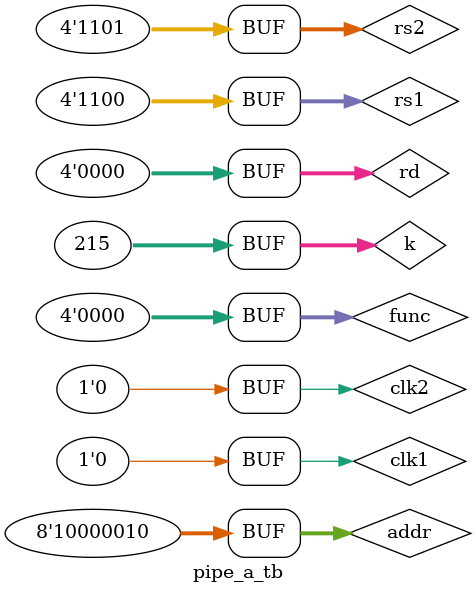
<source format=v>
`timescale 1ns / 1ps

module pipe_a_tb;

// Inputs
reg [3:0] rs1;
reg [3:0] rs2;
reg [3:0] rd;
reg [3:0] func;
reg [7:0] addr;
reg clk1;
reg clk2;
integer k;

// Outputs
wire [15:0] Z;

pipe_a PIPE(Z ,rs1,rs2,rd,func,addr,clk1,clk2);

initial begin

clk1 = 0;
clk2 = 0;
repeat(20)
begin
#5 clk1 = 1; #5 clk1 =0;
#5 clk2 = 1; #5 clk2 =0;
      end

end

initial
for(k=0;k<16;k=k+1)
PIPE.regbank[k]= k;
     
initial
 begin
 #5 rs1 =3; rs2 =5; rd =10 ; func =0; addr =125;
 #20 rs1 =3; rs2 =8; rd =12 ; func =2; addr =126;
 #20 rs1 =10; rs2 =5; rd =14 ; func =1; addr =128;
 #20 rs1 =7; rs2 =3; rd =13 ; func =11; addr =127;
 #20 rs1 =10; rs2 =5; rd =15 ; func =1; addr =129;
 #20 rs1 =12; rs2 =13; rd =16 ; func =0; addr =130;
 #60 for(k= 215; k<131; k =k+1)
   $display("Mem[%3d] = %3d", k, PIPE.mem[k]);
 end
 
 
 initial
 begin
   $dumpfile ("pipe_a.vcd");
$dumpvars(0 , pipe_a_tb);
$monitor("Time : %3d , F = %3d ", $time ,Z);
#300;
 end

endmodule 
</source>
